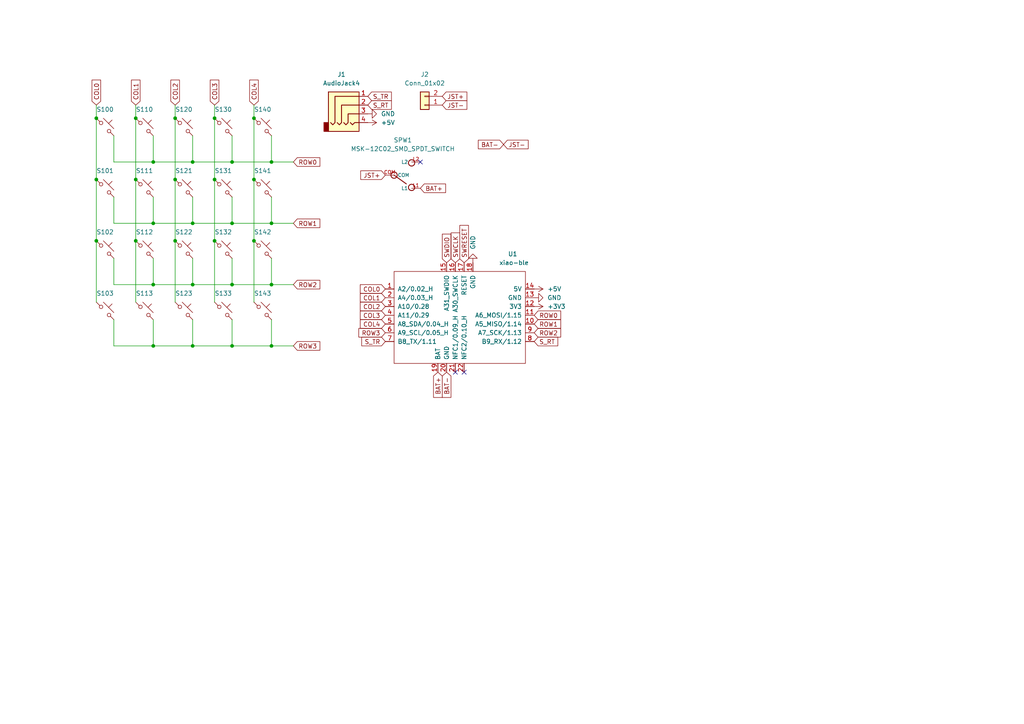
<source format=kicad_sch>
(kicad_sch (version 20211123) (generator eeschema)
  (paper "A4")
  (lib_symbols
    (symbol "Connector:AudioJack4"
      (property "Reference" "J1" (at -2.54 8.89 0))
      (property "Value" "AudioJack4" (at -2.54 6.35 0))
      (symbol "AudioJack4_0_1"
        (rectangle (start -6.35 -5.08) (end -7.62 -7.62) (stroke (width 0.254)) (fill (type outline)))
        (polyline (pts (xy 0 -5.08) (xy 0.635 -5.715) (xy 1.27 -5.08) (xy 2.54 -5.08)) (stroke (width 0.254)))
        (polyline (pts (xy -5.715 -5.08) (xy -5.08 -5.715) (xy -4.445 -5.08) (xy -4.445 2.54) (xy 2.54 2.54)) (stroke (width 0.254)))
        (polyline (pts (xy -1.905 -5.08) (xy -1.27 -5.715) (xy -0.635 -5.08) (xy -0.635 -2.54) (xy 2.54 -2.54)) (stroke (width 0.254)))
        (polyline (pts (xy 2.54 0) (xy -2.54 0) (xy -2.54 -5.08) (xy -3.175 -5.715) (xy -3.81 -5.08)) (stroke (width 0.254)))
        (rectangle (start 2.54 3.81) (end -6.35 -7.62) (stroke (width 0.254)) (fill (type background)))
      )
      (symbol "AudioJack4_1_1"
        (pin passive line (at 5.08 2.54 180) (length 2.54) (name "~") (number "1"))
        (pin passive line (at 5.08 0 180) (length 2.54) (name "~") (number "2"))
        (pin passive line (at 5.08 -2.54 180) (length 2.54) (name "~") (number "3"))
        (pin passive line (at 5.08 -5.08 180) (length 2.54) (name "~") (number "4"))
      )
    )
    (symbol "Connector_Generic:Conn_01x02" (pin_names (offset 1.016) hide)
      (property "Reference" "J" (at 0 2.54 0))
      (property "Value" "Conn_01x02" (at 0 -5.08 0))
      (symbol "Conn_01x02_1_1"
        (rectangle (start -1.27 -2.413) (end 0 -2.667) (stroke (width 0.1524)))
        (rectangle (start -1.27 0.127) (end 0 -0.127) (stroke (width 0.1524)))
        (rectangle (start -1.27 1.27) (end 1.27 -3.81) (stroke (width 0.254)) (fill (type background)))
        (pin passive line (at -5.08 0 0) (length 3.81) (name "Pin_1") (number "1"))
        (pin passive line (at -5.08 -2.54 0) (length 3.81) (name "Pin_2") (number "2"))
      )
    )
    (symbol "Switch:SW_Push_45deg" (pin_numbers hide) (pin_names (offset 1.016) hide)
      (property "Reference" "SW" (at 3.048 1.016 0))
      (property "Value" "SW_Push_45deg" (at 0 -3.81 0))
      (symbol "SW_Push_45deg_0_1"
        (circle (center -1.1684 1.1684) (radius 0.508))
        (polyline (pts (xy -0.508 2.54) (xy 2.54 -0.508)))
        (polyline (pts (xy 1.016 1.016) (xy 2.032 2.032)))
        (polyline (pts (xy -2.54 2.54) (xy -1.524 1.524) (xy -1.524 1.524)))
        (polyline (pts (xy 1.524 -1.524) (xy 2.54 -2.54) (xy 2.54 -2.54) (xy 2.54 -2.54)))
        (circle (center 1.143 -1.1938) (radius 0.508))
        (pin passive line (at -2.54 2.54 0) (length 0) (name "1") (number "1"))
        (pin passive line (at 2.54 -2.54 180) (length 0) (name "2") (number "2"))
      )
    )
    (symbol "aowkb_pswitch:MSK-12C02_SMD_SPDT_SWITCH" (pin_names (offset 1.016))
      (property "Reference" "U?" (at -2.54 10.16 0))
      (property "Value" "MSK-12C02_SMD_SPDT_SWITCH" (at -2.54 7.62 0))
      (symbol "MSK-12C02_SMD_SPDT_SWITCH_0_0"
        (circle (center -5.08 0) (radius 0.9158) (stroke (width 0.254)))
        (circle (center 0 -3.556) (radius 0.9158) (stroke (width 0.254)))
        (polyline (pts (xy -5.08 0) (xy -1.524 -2.54)) (stroke (width 0.254)))
        (circle (center 0 3.556) (radius 0.9158) (stroke (width 0.254)))
        (pin bidirectional line (at -7.62 0 0) (length 2.54) (name "COM") (number "COM"))
        (pin bidirectional line (at 2.54 -3.81 180) (length 2.54) (name "L1") (number "L1"))
        (pin bidirectional line (at 2.54 3.81 180) (length 2.54) (name "L2") (number "L2"))
      )
    )
    (symbol "kleeb-mcu:xiao-ble" (pin_names (offset 1.016))
      (property "Reference" "U" (at -17.78 16.51 0))
      (property "Value" "xiao-ble" (at -15.24 13.97 0))
      (symbol "xiao-ble_0_1"
        (rectangle (start -19.05 12.7) (end 19.05 -13.97))
      )
      (symbol "xiao-ble_1_1"
        (pin bidirectional line (at -21.59 7.62 0) (length 2.54) (name "A2/0.02_H") (number "1"))
        (pin bidirectional line (at 21.59 -2.54 180) (length 2.54) (name "A5_MISO/1.14") (number "10"))
        (pin bidirectional line (at 21.59 0 180) (length 2.54) (name "A6_MOSI/1.15") (number "11"))
        (pin power_out line (at 21.59 2.54 180) (length 2.54) (name "3V3") (number "12"))
        (pin power_out line (at 21.59 5.08 180) (length 2.54) (name "GND") (number "13"))
        (pin power_out line (at 21.59 7.62 180) (length 2.54) (name "5V") (number "14"))
        (pin input line (at -3.81 15.24 270) (length 2.54) (name "A31_SWDIO") (number "15"))
        (pin input line (at -1.27 15.24 270) (length 2.54) (name "A30_SWCLK") (number "16"))
        (pin input line (at 1.27 15.24 270) (length 2.54) (name "RESET") (number "17"))
        (pin power_out line (at 3.81 15.24 270) (length 2.54) (name "GND") (number "18"))
        (pin bidirectional line (at -6.35 -16.51 90) (length 2.54) (name "BAT") (number "19"))
        (pin bidirectional line (at -21.59 5.08 0) (length 2.54) (name "A4/0.03_H") (number "2"))
        (pin power_out line (at -3.81 -16.51 90) (length 2.54) (name "GND") (number "20"))
        (pin bidirectional line (at -1.27 -16.51 90) (length 2.54) (name "NFC1/0.09_H") (number "21"))
        (pin bidirectional line (at 1.27 -16.51 90) (length 2.54) (name "NFC2/0.10_H") (number "22"))
        (pin bidirectional line (at -21.59 2.54 0) (length 2.54) (name "A10/0.28") (number "3"))
        (pin bidirectional line (at -21.59 0 0) (length 2.54) (name "A11/0.29") (number "4"))
        (pin bidirectional line (at -21.59 -2.54 0) (length 2.54) (name "A8_SDA/0.04_H") (number "5"))
        (pin bidirectional line (at -21.59 -5.08 0) (length 2.54) (name "A9_SCL/0.05_H") (number "6"))
        (pin bidirectional line (at -21.59 -7.62 0) (length 2.54) (name "B8_TX/1.11") (number "7"))
        (pin bidirectional line (at 21.59 -7.62 180) (length 2.54) (name "B9_RX/1.12") (number "8"))
        (pin bidirectional line (at 21.59 -5.08 180) (length 2.54) (name "A7_SCK/1.13") (number "9"))
      )
    )
    (symbol "power:+3.3V" (power) (pin_names (offset 0))
      (property "Value" "+3.3V" (at 0 3.556 0))
      (symbol "+3.3V_0_1"
        (polyline (pts (xy -0.762 1.27) (xy 0 2.54)))
        (polyline (pts (xy 0 0) (xy 0 2.54)))
        (polyline (pts (xy 0 2.54) (xy 0.762 1.27)))
      )
      (symbol "+3.3V_1_1"
        (pin power_in line (at 0 0 90) (length 0) hide (name "+3V3") (number "1"))
      )
    )
    (symbol "power:+5V" (power) (pin_names (offset 0))
      (property "Value" "+5V" (at 0 3.556 0))
      (symbol "+5V_0_1"
        (polyline (pts (xy -0.762 1.27) (xy 0 2.54)))
        (polyline (pts (xy 0 0) (xy 0 2.54)))
        (polyline (pts (xy 0 2.54) (xy 0.762 1.27)))
      )
      (symbol "+5V_1_1"
        (pin power_in line (at 0 0 90) (length 0) hide (name "+5V") (number "1"))
      )
    )
    (symbol "power:GND" (power) (pin_names (offset 0))
      (property "Value" "GND" (at 0 -3.81 0))
      (symbol "GND_0_1"
        (polyline (pts (xy 0 0) (xy 0 -1.27) (xy 1.27 -1.27) (xy 0 -2.54) (xy -1.27 -1.27) (xy 0 -1.27)))
      )
      (symbol "GND_1_1"
        (pin power_in line (at 0 0 270) (length 0) hide (name "GND") (number "1"))
      )
    )
  )
  (junction (at 67.31 82.55))
  (junction (at 44.45 46.99))
  (junction (at 55.88 64.77))
  (junction (at 67.31 64.77))
  (junction (at 39.37 69.85))
  (junction (at 62.23 69.85))
  (junction (at 27.94 34.29))
  (junction (at 39.37 52.07))
  (junction (at 67.31 100.33))
  (junction (at 73.66 34.29))
  (junction (at 27.94 52.07))
  (junction (at 50.8 34.29))
  (junction (at 73.66 69.85))
  (junction (at 62.23 34.29))
  (junction (at 78.74 64.77))
  (junction (at 55.88 100.33))
  (junction (at 50.8 69.85))
  (junction (at 55.88 46.99))
  (junction (at 39.37 34.29))
  (junction (at 62.23 52.07))
  (junction (at 55.88 82.55))
  (junction (at 44.45 82.55))
  (junction (at 78.74 100.33))
  (junction (at 50.8 52.07))
  (junction (at 78.74 82.55))
  (junction (at 44.45 64.77))
  (junction (at 67.31 46.99))
  (junction (at 44.45 100.33))
  (junction (at 78.74 46.99))
  (junction (at 73.66 52.07))
  (junction (at 27.94 69.85))
  (no_connect (at 134.62 107.95))
  (no_connect (at 132.08 107.95))
  (no_connect (at 121.92 46.99))
  (wire (pts (xy 33.02 57.15) (xy 33.02 64.77)))
  (wire (pts (xy 67.31 92.71) (xy 67.31 100.33)))
  (wire (pts (xy 50.8 30.48) (xy 50.8 34.29)))
  (wire (pts (xy 33.02 64.77) (xy 44.45 64.77)))
  (wire (pts (xy 67.31 64.77) (xy 78.74 64.77)))
  (wire (pts (xy 62.23 52.07) (xy 62.23 69.85)))
  (wire (pts (xy 50.8 69.85) (xy 50.8 87.63)))
  (wire (pts (xy 67.31 39.37) (xy 67.31 46.99)))
  (wire (pts (xy 39.37 52.07) (xy 39.37 69.85)))
  (wire (pts (xy 62.23 30.48) (xy 62.23 34.29)))
  (wire (pts (xy 50.8 52.07) (xy 50.8 69.85)))
  (wire (pts (xy 44.45 57.15) (xy 44.45 64.77)))
  (wire (pts (xy 44.45 92.71) (xy 44.45 100.33)))
  (wire (pts (xy 33.02 82.55) (xy 44.45 82.55)))
  (wire (pts (xy 33.02 39.37) (xy 33.02 46.99)))
  (wire (pts (xy 44.45 74.93) (xy 44.45 82.55)))
  (wire (pts (xy 55.88 74.93) (xy 55.88 82.55)))
  (wire (pts (xy 78.74 64.77) (xy 85.09 64.77)))
  (wire (pts (xy 33.02 46.99) (xy 44.45 46.99)))
  (wire (pts (xy 78.74 39.37) (xy 78.74 46.99)))
  (wire (pts (xy 62.23 34.29) (xy 62.23 52.07)))
  (wire (pts (xy 27.94 30.48) (xy 27.94 34.29)))
  (wire (pts (xy 67.31 100.33) (xy 78.74 100.33)))
  (wire (pts (xy 44.45 39.37) (xy 44.45 46.99)))
  (wire (pts (xy 55.88 82.55) (xy 67.31 82.55)))
  (wire (pts (xy 78.74 82.55) (xy 85.09 82.55)))
  (wire (pts (xy 55.88 100.33) (xy 67.31 100.33)))
  (wire (pts (xy 78.74 74.93) (xy 78.74 82.55)))
  (wire (pts (xy 78.74 46.99) (xy 85.09 46.99)))
  (wire (pts (xy 33.02 92.71) (xy 33.02 100.33)))
  (wire (pts (xy 44.45 100.33) (xy 55.88 100.33)))
  (wire (pts (xy 27.94 52.07) (xy 27.94 69.85)))
  (wire (pts (xy 50.8 34.29) (xy 50.8 52.07)))
  (wire (pts (xy 67.31 82.55) (xy 78.74 82.55)))
  (wire (pts (xy 73.66 52.07) (xy 73.66 69.85)))
  (wire (pts (xy 44.45 64.77) (xy 55.88 64.77)))
  (wire (pts (xy 55.88 46.99) (xy 67.31 46.99)))
  (wire (pts (xy 62.23 69.85) (xy 62.23 87.63)))
  (wire (pts (xy 27.94 34.29) (xy 27.94 52.07)))
  (wire (pts (xy 67.31 57.15) (xy 67.31 64.77)))
  (wire (pts (xy 33.02 74.93) (xy 33.02 82.55)))
  (wire (pts (xy 78.74 57.15) (xy 78.74 64.77)))
  (wire (pts (xy 73.66 69.85) (xy 73.66 87.63)))
  (wire (pts (xy 39.37 34.29) (xy 39.37 52.07)))
  (wire (pts (xy 39.37 30.48) (xy 39.37 34.29)))
  (wire (pts (xy 73.66 34.29) (xy 73.66 52.07)))
  (wire (pts (xy 27.94 69.85) (xy 27.94 87.63)))
  (wire (pts (xy 78.74 100.33) (xy 85.09 100.33)))
  (wire (pts (xy 55.88 39.37) (xy 55.88 46.99)))
  (wire (pts (xy 55.88 64.77) (xy 67.31 64.77)))
  (wire (pts (xy 44.45 82.55) (xy 55.88 82.55)))
  (wire (pts (xy 33.02 100.33) (xy 44.45 100.33)))
  (wire (pts (xy 67.31 74.93) (xy 67.31 82.55)))
  (wire (pts (xy 67.31 46.99) (xy 78.74 46.99)))
  (wire (pts (xy 44.45 46.99) (xy 55.88 46.99)))
  (wire (pts (xy 78.74 92.71) (xy 78.74 100.33)))
  (wire (pts (xy 39.37 69.85) (xy 39.37 87.63)))
  (wire (pts (xy 55.88 92.71) (xy 55.88 100.33)))
  (wire (pts (xy 73.66 30.48) (xy 73.66 34.29)))
  (wire (pts (xy 55.88 57.15) (xy 55.88 64.77)))
  (global_label "COL1" (shape input) (at 39.37 30.48 90) (property "Intersheet References" "${INTERSHEET_REFS}" (effects hide)))
  (global_label "BAT-" (shape input) (at 129.54 107.95 270) (property "Intersheet References" "${INTERSHEET_REFS}" (effects hide)))
  (global_label "SWCLK" (shape input) (at 132.08 76.2 90) (property "Intersheet References" "${INTERSHEET_REFS}" (effects hide)))
  (global_label "ROW1" (shape input) (at 85.09 64.77 0) (property "Intersheet References" "${INTERSHEET_REFS}" (effects hide)))
  (global_label "COL4" (shape input) (at 111.76 93.98 180) (property "Intersheet References" "${INTERSHEET_REFS}" (effects hide)))
  (global_label "SWRESET" (shape input) (at 134.62 76.2 90) (property "Intersheet References" "${INTERSHEET_REFS}" (effects hide)))
  (global_label "JST-" (shape input) (at 128.27 30.48 0) (property "Intersheet References" "${INTERSHEET_REFS}" (effects hide)))
  (global_label "ROW0" (shape input) (at 154.94 91.44 0) (property "Intersheet References" "${INTERSHEET_REFS}" (effects hide)))
  (global_label "JST+" (shape input) (at 128.27 27.94 0) (property "Intersheet References" "${INTERSHEET_REFS}" (effects hide)))
  (global_label "SWDIO" (shape input) (at 129.54 76.2 90) (property "Intersheet References" "${INTERSHEET_REFS}" (effects hide)))
  (global_label "ROW2" (shape input) (at 154.94 96.52 0) (property "Intersheet References" "${INTERSHEET_REFS}" (effects hide)))
  (global_label "COL3" (shape input) (at 111.76 91.44 180) (property "Intersheet References" "${INTERSHEET_REFS}" (effects hide)))
  (global_label "BAT-" (shape input) (at 146.05 41.91 180) (property "Intersheet References" "${INTERSHEET_REFS}" (effects hide)))
  (global_label "S_RT" (shape input) (at 154.94 99.06 0) (property "Intersheet References" "${INTERSHEET_REFS}" (effects hide)))
  (global_label "COL2" (shape input) (at 50.8 30.48 90) (property "Intersheet References" "${INTERSHEET_REFS}" (effects hide)))
  (global_label "ROW1" (shape input) (at 154.94 93.98 0) (property "Intersheet References" "${INTERSHEET_REFS}" (effects hide)))
  (global_label "ROW0" (shape input) (at 85.09 46.99 0) (property "Intersheet References" "${INTERSHEET_REFS}" (effects hide)))
  (global_label "ROW2" (shape input) (at 85.09 82.55 0) (property "Intersheet References" "${INTERSHEET_REFS}" (effects hide)))
  (global_label "COL0" (shape input) (at 111.76 83.82 180) (property "Intersheet References" "${INTERSHEET_REFS}" (effects hide)))
  (global_label "BAT+" (shape input) (at 127 107.95 270) (property "Intersheet References" "${INTERSHEET_REFS}" (effects hide)))
  (global_label "COL2" (shape input) (at 111.76 88.9 180) (property "Intersheet References" "${INTERSHEET_REFS}" (effects hide)))
  (global_label "JST-" (shape input) (at 146.05 41.91 0) (property "Intersheet References" "${INTERSHEET_REFS}" (effects hide)))
  (global_label "ROW3" (shape input) (at 85.09 100.33 0) (property "Intersheet References" "${INTERSHEET_REFS}" (effects hide)))
  (global_label "BAT+" (shape input) (at 121.92 54.61 0) (property "Intersheet References" "${INTERSHEET_REFS}" (effects hide)))
  (global_label "JST+" (shape input) (at 111.76 50.8 180) (property "Intersheet References" "${INTERSHEET_REFS}" (effects hide)))
  (global_label "S_TR" (shape input) (at 106.68 27.94 0) (property "Intersheet References" "${INTERSHEET_REFS}" (effects hide)))
  (global_label "ROW3" (shape input) (at 111.76 96.52 180) (property "Intersheet References" "${INTERSHEET_REFS}" (effects hide)))
  (global_label "COL4" (shape input) (at 73.66 30.48 90) (property "Intersheet References" "${INTERSHEET_REFS}" (effects hide)))
  (global_label "S_RT" (shape input) (at 106.68 30.48 0) (property "Intersheet References" "${INTERSHEET_REFS}" (effects hide)))
  (global_label "COL1" (shape input) (at 111.76 86.36 180) (property "Intersheet References" "${INTERSHEET_REFS}" (effects hide)))
  (global_label "COL3" (shape input) (at 62.23 30.48 90) (property "Intersheet References" "${INTERSHEET_REFS}" (effects hide)))
  (global_label "S_TR" (shape input) (at 111.76 99.06 180) (property "Intersheet References" "${INTERSHEET_REFS}" (effects hide)))
  (global_label "COL0" (shape input) (at 27.94 30.48 90) (property "Intersheet References" "${INTERSHEET_REFS}" (effects hide)))
  (symbol (lib_id "power:GND") (at 154.94 86.36 90) (unit 1)
    (property "Reference" "#PWR0102" (effects hide))
    (property "Value" "GND" (at 158.75 86.3599 90) (effects (justify right)))
  )
  (symbol (lib_id "Switch:SW_Push_45deg") (at 76.2 36.83 0) (unit 1)
    (property "Reference" "S140" (at 76.2 31.75 0))
    (property "Value" "SW_Push_45deg" (effects hide))
    (property "Footprint" "Key:Choc_HS_R_SOD" (effects hide))
  )
  (symbol (lib_id "Switch:SW_Push_45deg") (at 76.2 90.17 0) (unit 1)
    (property "Reference" "S143" (at 76.2 85.09 0))
    (property "Value" "SW_Push_45deg" (effects hide))
    (property "Footprint" "Key:Choc_HS_R_SOD" (effects hide))
  )
  (symbol (lib_id "Switch:SW_Push_45deg") (at 30.48 90.17 0) (unit 1)
    (property "Reference" "S103" (at 30.48 85.09 0))
    (property "Value" "SW_Push_45deg" (effects hide))
    (property "Footprint" "Key:Choc_HS_R_SOD" (effects hide))
  )
  (symbol (lib_id "power:+3.3V") (at 154.94 88.9 270) (unit 1)
    (property "Reference" "#PWR0103" (effects hide))
    (property "Value" "+3.3V" (at 158.75 88.8999 90) (effects (justify left)))
  )
  (symbol (lib_id "Switch:SW_Push_45deg") (at 64.77 36.83 0) (unit 1)
    (property "Reference" "S130" (at 64.77 31.75 0))
    (property "Value" "SW_Push_45deg" (effects hide))
    (property "Footprint" "Key:Choc_HS_R_SOD" (effects hide))
  )
  (symbol (lib_id "power:+5V") (at 106.68 35.56 270) (unit 1)
    (property "Reference" "#PWR0101" (effects hide))
    (property "Value" "+5V" (at 110.49 35.5599 90) (effects (justify left)))
  )
  (symbol (lib_id "Switch:SW_Push_45deg") (at 64.77 54.61 0) (unit 1)
    (property "Reference" "S131" (at 64.77 49.53 0))
    (property "Value" "SW_Push_45deg" (effects hide))
    (property "Footprint" "Key:Choc_HS_R_SOD" (effects hide))
  )
  (symbol (lib_id "Switch:SW_Push_45deg") (at 41.91 90.17 0) (unit 1)
    (property "Reference" "S113" (at 41.91 85.09 0))
    (property "Value" "SW_Push_45deg" (effects hide))
    (property "Footprint" "Key:Choc_HS_R_SOD" (effects hide))
  )
  (symbol (lib_id "power:+5V") (at 154.94 83.82 270) (unit 1)
    (property "Reference" "#PWR0109" (effects hide))
    (property "Value" "+5V" (at 158.75 83.8199 90) (effects (justify left)))
  )
  (symbol (lib_id "kleeb-mcu:xiao-ble") (at 133.35 91.44 0) (unit 1)
    (property "Reference" "U1" (at 147.32 73.66 0) (effects (justify left)))
    (property "Value" "xiao-ble" (at 144.78 76.2 0) (effects (justify left)))
    (property "Footprint" "aowkb:xiao-ble-smd_r" (effects hide))
  )
  (symbol (lib_id "Switch:SW_Push_45deg") (at 41.91 54.61 0) (unit 1)
    (property "Reference" "S111" (at 41.91 49.53 0))
    (property "Value" "SW_Push_45deg" (effects hide))
    (property "Footprint" "Key:Choc_HS_R_SOD" (effects hide))
  )
  (symbol (lib_id "Switch:SW_Push_45deg") (at 64.77 72.39 0) (unit 1)
    (property "Reference" "S132" (at 64.77 67.31 0))
    (property "Value" "SW_Push_45deg" (effects hide))
    (property "Footprint" "Key:Choc_HS_R_SOD" (effects hide))
  )
  (symbol (lib_id "Switch:SW_Push_45deg") (at 53.34 54.61 0) (unit 1)
    (property "Reference" "S121" (at 53.34 49.53 0))
    (property "Value" "SW_Push_45deg" (effects hide))
    (property "Footprint" "Key:Choc_HS_R_SOD" (effects hide))
  )
  (symbol (lib_id "Switch:SW_Push_45deg") (at 41.91 72.39 0) (unit 1)
    (property "Reference" "S112" (at 41.91 67.31 0))
    (property "Value" "SW_Push_45deg" (effects hide))
    (property "Footprint" "Key:Choc_HS_R_SOD" (effects hide))
  )
  (symbol (lib_id "Switch:SW_Push_45deg") (at 30.48 36.83 0) (unit 1)
    (property "Reference" "S100" (at 30.48 31.75 0))
    (property "Value" "SW_Push_45deg" (effects hide))
    (property "Footprint" "Key:Choc_HS_R_SOD" (effects hide))
  )
  (symbol (lib_id "Switch:SW_Push_45deg") (at 53.34 36.83 0) (unit 1)
    (property "Reference" "S120" (at 53.34 31.75 0))
    (property "Value" "SW_Push_45deg" (effects hide))
    (property "Footprint" "Key:Choc_HS_R_SOD" (effects hide))
  )
  (symbol (lib_id "Switch:SW_Push_45deg") (at 64.77 90.17 0) (unit 1)
    (property "Reference" "S133" (at 64.77 85.09 0))
    (property "Value" "SW_Push_45deg" (effects hide))
    (property "Footprint" "Key:Choc_HS_R_SOD" (effects hide))
  )
  (symbol (lib_id "Switch:SW_Push_45deg") (at 76.2 54.61 0) (unit 1)
    (property "Reference" "S141" (at 76.2 49.53 0))
    (property "Value" "SW_Push_45deg" (effects hide))
    (property "Footprint" "Key:Choc_HS_R_SOD" (effects hide))
  )
  (symbol (lib_id "power:GND") (at 106.68 33.02 90) (unit 1)
    (property "Reference" "#PWR0104" (effects hide))
    (property "Value" "GND" (at 110.49 33.0199 90) (effects (justify right)))
  )
  (symbol (lib_id "Switch:SW_Push_45deg") (at 76.2 72.39 0) (unit 1)
    (property "Reference" "S142" (at 76.2 67.31 0))
    (property "Value" "SW_Push_45deg" (effects hide))
    (property "Footprint" "Key:Choc_HS_R_SOD" (effects hide))
  )
  (symbol (lib_id "Switch:SW_Push_45deg") (at 30.48 72.39 0) (unit 1)
    (property "Reference" "S102" (at 30.48 67.31 0))
    (property "Value" "SW_Push_45deg" (effects hide))
    (property "Footprint" "Key:Choc_HS_R_SOD" (effects hide))
  )
  (symbol (lib_id "aowkb_pswitch:MSK-12C02_SMD_SPDT_SWITCH") (at 119.38 50.8 0) (unit 1)
    (property "Reference" "SPW1" (at 116.84 40.64 0))
    (property "Value" "MSK-12C02_SMD_SPDT_SWITCH" (at 116.84 43.18 0))
    (property "Footprint" "aowkb:MSK-12C02" (effects hide))
  )
  (symbol (lib_id "Connector_Generic:Conn_01x02") (at 123.19 30.48 180) (unit 1)
    (property "Reference" "J2" (at 123.19 21.59 0))
    (property "Value" "Conn_01x02" (at 123.19 24.13 0))
    (property "Footprint" "aowkb:JST_PH_B2B-PH-K_1x02_P2.00mm_Vertical" (effects hide))
  )
  (symbol (lib_id "Switch:SW_Push_45deg") (at 30.48 54.61 0) (unit 1)
    (property "Reference" "S101" (at 30.48 49.53 0))
    (property "Value" "SW_Push_45deg" (effects hide))
    (property "Footprint" "Key:Choc_HS_R_SOD" (effects hide))
  )
  (symbol (lib_id "Connector:AudioJack4") (at 101.6 30.48 0) (unit 1)
    (property "Reference" "J1" (at 99.06 21.59 0))
    (property "Value" "AudioJack4" (at 99.06 24.13 0))
    (property "Footprint" "aowkb:TRRS-PJ-320A_Mirr" (effects hide))
  )
  (symbol (lib_id "Switch:SW_Push_45deg") (at 41.91 36.83 0) (unit 1)
    (property "Reference" "S110" (at 41.91 31.75 0))
    (property "Value" "SW_Push_45deg" (effects hide))
    (property "Footprint" "Key:Choc_HS_R_SOD" (effects hide))
  )
  (symbol (lib_id "Switch:SW_Push_45deg") (at 53.34 72.39 0) (unit 1)
    (property "Reference" "S122" (at 53.34 67.31 0))
    (property "Value" "SW_Push_45deg" (effects hide))
    (property "Footprint" "Key:Choc_HS_R_SOD" (effects hide))
  )
  (symbol (lib_id "Switch:SW_Push_45deg") (at 53.34 90.17 0) (unit 1)
    (property "Reference" "S123" (at 53.34 85.09 0))
    (property "Value" "SW_Push_45deg" (effects hide))
    (property "Footprint" "Key:Choc_HS_R_SOD" (effects hide))
  )
  (symbol (lib_id "power:GND") (at 137.16 76.2 180) (unit 1)
    (property "Reference" "#PWR0108" (effects hide))
    (property "Value" "GND" (at 137.1599 72.39 90) (effects (justify right)))
  )
)
</source>
